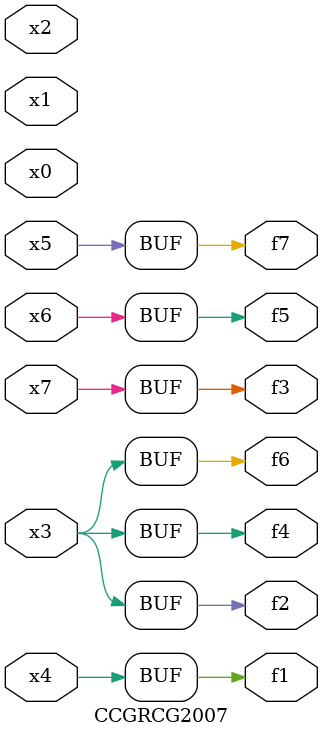
<source format=v>
module CCGRCG2007(
	input x0, x1, x2, x3, x4, x5, x6, x7,
	output f1, f2, f3, f4, f5, f6, f7
);
	assign f1 = x4;
	assign f2 = x3;
	assign f3 = x7;
	assign f4 = x3;
	assign f5 = x6;
	assign f6 = x3;
	assign f7 = x5;
endmodule

</source>
